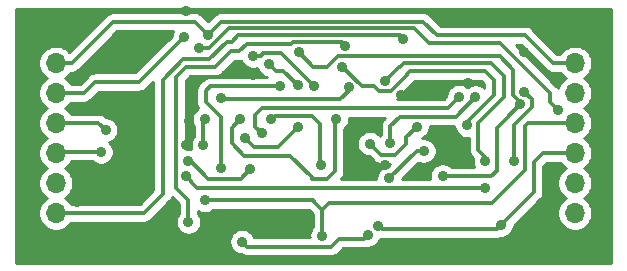
<source format=gbr>
%TF.GenerationSoftware,KiCad,Pcbnew,(5.1.10)-1*%
%TF.CreationDate,2023-08-07T22:14:49-05:00*%
%TF.ProjectId,auxFilter,61757846-696c-4746-9572-2e6b69636164,rev?*%
%TF.SameCoordinates,Original*%
%TF.FileFunction,Copper,L2,Bot*%
%TF.FilePolarity,Positive*%
%FSLAX46Y46*%
G04 Gerber Fmt 4.6, Leading zero omitted, Abs format (unit mm)*
G04 Created by KiCad (PCBNEW (5.1.10)-1) date 2023-08-07 22:14:49*
%MOMM*%
%LPD*%
G01*
G04 APERTURE LIST*
%TA.AperFunction,ComponentPad*%
%ADD10O,1.700000X1.700000*%
%TD*%
%TA.AperFunction,ComponentPad*%
%ADD11R,1.700000X1.700000*%
%TD*%
%TA.AperFunction,ViaPad*%
%ADD12C,0.900000*%
%TD*%
%TA.AperFunction,Conductor*%
%ADD13C,0.350000*%
%TD*%
%TA.AperFunction,Conductor*%
%ADD14C,0.254000*%
%TD*%
%TA.AperFunction,Conductor*%
%ADD15C,0.100000*%
%TD*%
G04 APERTURE END LIST*
D10*
%TO.P,J1,8*%
%TO.N,GND*%
X116586000Y-114490500D03*
%TO.P,J1,7*%
%TO.N,/VR*%
X116586000Y-111950500D03*
%TO.P,J1,6*%
%TO.N,+5V*%
X116586000Y-109410500D03*
%TO.P,J1,5*%
%TO.N,/SPACE_INPUT*%
X116586000Y-106870500D03*
%TO.P,J1,4*%
%TO.N,/MARK_INPUT*%
X116586000Y-104330500D03*
%TO.P,J1,3*%
%TO.N,/VHF*%
X116586000Y-101790500D03*
%TO.P,J1,2*%
%TO.N,/HF*%
X116586000Y-99250500D03*
D11*
%TO.P,J1,1*%
%TO.N,GND*%
X116586000Y-96710500D03*
%TD*%
%TO.P,J2,1*%
%TO.N,GND*%
X160528000Y-96710500D03*
D10*
%TO.P,J2,2*%
%TO.N,/HF*%
X160528000Y-99250500D03*
%TO.P,J2,3*%
%TO.N,/VHF*%
X160528000Y-101790500D03*
%TO.P,J2,4*%
%TO.N,/MARK_OUT*%
X160528000Y-104330500D03*
%TO.P,J2,5*%
%TO.N,/SPACE_OUT*%
X160528000Y-106870500D03*
%TO.P,J2,6*%
%TO.N,+5V*%
X160528000Y-109410500D03*
%TO.P,J2,7*%
%TO.N,/VR*%
X160528000Y-111950500D03*
%TO.P,J2,8*%
%TO.N,GND*%
X160528000Y-114490500D03*
%TD*%
D12*
%TO.N,+5V*%
X128696800Y-97967800D03*
X159131000Y-103251000D03*
%TO.N,GND*%
X147701000Y-101727000D03*
X143129000Y-104267000D03*
X133261100Y-100291900D03*
X129413000Y-113030000D03*
X121539000Y-107823000D03*
X125730000Y-96901000D03*
X157734000Y-111887000D03*
X147701000Y-108839000D03*
X144437100Y-107911900D03*
X151511000Y-100965000D03*
X145796000Y-101981000D03*
X156210000Y-98298000D03*
X149733000Y-95885000D03*
X127635000Y-94869000D03*
X157734000Y-94996000D03*
X118364000Y-110998000D03*
X118364000Y-108966000D03*
X123063000Y-105283000D03*
X158242000Y-108712000D03*
X127889000Y-104140000D03*
X127635000Y-106172000D03*
X118110000Y-103124000D03*
X118237000Y-100457000D03*
X124079000Y-110109000D03*
X123190000Y-113792000D03*
%TO.N,/VR*%
X133997700Y-105181400D03*
X150736300Y-102082600D03*
X146005550Y-97199450D03*
%TO.N,Net-(C4-Pad2)*%
X132207000Y-103974900D03*
X129184400Y-104000300D03*
X129070100Y-106222800D03*
X140322300Y-104000300D03*
%TO.N,Net-(C4-Pad1)*%
X132346700Y-114363500D03*
X142989300Y-113804700D03*
%TO.N,Net-(C5-Pad1)*%
X144894300Y-106032300D03*
X152107900Y-102146100D03*
X155333700Y-107530900D03*
X156260800Y-101663500D03*
%TO.N,Net-(C5-Pad2)*%
X147726400Y-106692700D03*
X144805400Y-109016800D03*
X151396700Y-104521000D03*
X140843000Y-99568000D03*
%TO.N,Net-(C6-Pad1)*%
X139014200Y-107911900D03*
X134835900Y-103974900D03*
%TO.N,Net-(C7-Pad1)*%
X155917900Y-102717600D03*
X149331500Y-108834100D03*
X137160000Y-98348800D03*
%TO.N,/SPACE_INPUT*%
X144449800Y-100799900D03*
X152946100Y-107518200D03*
X130568700Y-102171500D03*
X120396000Y-106768900D03*
X141376400Y-101295200D03*
%TO.N,/MARK_INPUT*%
X133057900Y-108254800D03*
X120789700Y-104927400D03*
X127762000Y-107569000D03*
%TO.N,/VHF*%
X137058400Y-101142800D03*
X127469900Y-97040700D03*
X134620000Y-99352100D03*
%TO.N,/HF*%
X138417300Y-101180900D03*
X133286500Y-98640900D03*
X129463800Y-96837500D03*
%TO.N,/MARK_OUT*%
X139141200Y-113855500D03*
X129235200Y-110871000D03*
%TO.N,/SPACE_OUT*%
X154266900Y-112953800D03*
X147142200Y-104622600D03*
X143154400Y-106070400D03*
X143891000Y-113004600D03*
%TO.N,Net-(R1-Pad1)*%
X130594100Y-108153200D03*
X135572500Y-101231700D03*
%TO.N,Net-(R5-Pad1)*%
X152946100Y-109855000D03*
X127635000Y-108839000D03*
%TO.N,Net-(R11-Pad2)*%
X137045700Y-104686100D03*
X132613400Y-105575100D03*
%TO.N,Net-(RV2-Pad3)*%
X127812800Y-112687100D03*
X141097000Y-97790000D03*
%TD*%
D13*
%TO.N,+5V*%
X154190700Y-97536000D02*
X158419800Y-101765100D01*
X148145500Y-97536000D02*
X154190700Y-97536000D01*
X129590800Y-97967800D02*
X131254500Y-96304100D01*
X128696800Y-97967800D02*
X129590800Y-97967800D01*
X139414250Y-96297750D02*
X139407900Y-96304100D01*
X146907250Y-96297750D02*
X139414250Y-96297750D01*
X131254500Y-96304100D02*
X139407900Y-96304100D01*
X146907250Y-96297750D02*
X148145500Y-97536000D01*
X158419800Y-102539800D02*
X158419800Y-101765100D01*
X159131000Y-103251000D02*
X158419800Y-102539800D01*
%TO.N,/VR*%
X149745700Y-103073200D02*
X150736300Y-102082600D01*
X134023100Y-103073200D02*
X149745700Y-103073200D01*
X133451600Y-103644700D02*
X134023100Y-103073200D01*
X133451600Y-104635300D02*
X133451600Y-103644700D01*
X133997700Y-105181400D02*
X133451600Y-104635300D01*
X124028200Y-111950500D02*
X116586000Y-111950500D01*
X125628400Y-100685600D02*
X125628400Y-110350300D01*
X127381000Y-98933000D02*
X125628400Y-100685600D01*
X131038600Y-97434400D02*
X129540000Y-98933000D01*
X125628400Y-110350300D02*
X124028200Y-111950500D01*
X129540000Y-98933000D02*
X127381000Y-98933000D01*
X131457700Y-97434400D02*
X131038600Y-97434400D01*
X131991100Y-96901000D02*
X131457700Y-97434400D01*
X145707100Y-96901000D02*
X131991100Y-96901000D01*
X146005550Y-97199450D02*
X145707100Y-96901000D01*
%TO.N,Net-(C4-Pad2)*%
X140208000Y-108381800D02*
X139560300Y-109029500D01*
X131457700Y-104724200D02*
X132207000Y-103974900D01*
X129070100Y-104114600D02*
X129070100Y-106222800D01*
X129184400Y-104000300D02*
X129070100Y-104114600D01*
X139560300Y-109029500D02*
X138252200Y-109029500D01*
X138252200Y-109029500D02*
X138252200Y-108927900D01*
X138252200Y-108927900D02*
X136410700Y-107086400D01*
X132486400Y-107086400D02*
X131457700Y-106057700D01*
X136410700Y-107086400D02*
X132486400Y-107086400D01*
X131457700Y-106057700D02*
X131457700Y-104724200D01*
X140208000Y-104114600D02*
X140322300Y-104000300D01*
X140208000Y-108381800D02*
X140208000Y-104114600D01*
%TO.N,Net-(C4-Pad1)*%
X140576300Y-114122200D02*
X139915900Y-114782600D01*
X132765800Y-114782600D02*
X132346700Y-114363500D01*
X139915900Y-114782600D02*
X132765800Y-114782600D01*
X142671800Y-114122200D02*
X140576300Y-114122200D01*
X142989300Y-113804700D02*
X142671800Y-114122200D01*
%TO.N,Net-(C5-Pad1)*%
X155333700Y-107530900D02*
X155333700Y-104495600D01*
X155333700Y-104495600D02*
X156883100Y-102946200D01*
X156883100Y-102946200D02*
X156883100Y-102285800D01*
X156883100Y-102285800D02*
X156260800Y-101663500D01*
X150469600Y-103784400D02*
X152107900Y-102146100D01*
X145694400Y-103784400D02*
X150469600Y-103784400D01*
X144894300Y-104584500D02*
X145694400Y-103784400D01*
X144894300Y-106032300D02*
X144894300Y-104584500D01*
%TO.N,Net-(C5-Pad2)*%
X147726400Y-106692700D02*
X147485100Y-106692700D01*
X147129500Y-106692700D02*
X144805400Y-109016800D01*
X147726400Y-106692700D02*
X147129500Y-106692700D01*
X142938500Y-101231700D02*
X143535400Y-101231700D01*
X143535400Y-101231700D02*
X143929100Y-101625400D01*
X151396700Y-104241600D02*
X151396700Y-104521000D01*
X143929100Y-101625400D02*
X144957800Y-101625400D01*
X144957800Y-101625400D02*
X146342100Y-100241100D01*
X146342100Y-100241100D02*
X146342100Y-100164900D01*
X146342100Y-100164900D02*
X146558000Y-99949000D01*
X146558000Y-99949000D02*
X152908000Y-99949000D01*
X153670000Y-100711000D02*
X153670000Y-101981000D01*
X152946100Y-102692200D02*
X151396700Y-104241600D01*
X152908000Y-99949000D02*
X153670000Y-100711000D01*
X152958800Y-102692200D02*
X152946100Y-102692200D01*
X153670000Y-101981000D02*
X152958800Y-102692200D01*
X142506700Y-101231700D02*
X140843000Y-99568000D01*
X142938500Y-101231700D02*
X142506700Y-101231700D01*
%TO.N,Net-(C6-Pad1)*%
X139014200Y-107911900D02*
X138950700Y-107848400D01*
X138950700Y-107848400D02*
X138950700Y-104406700D01*
X138950700Y-104406700D02*
X138252200Y-103708200D01*
X135102600Y-103708200D02*
X134835900Y-103974900D01*
X138252200Y-103708200D02*
X135102600Y-103708200D01*
%TO.N,Net-(C7-Pad1)*%
X155917900Y-102717600D02*
X154686000Y-103949500D01*
X153446300Y-108834100D02*
X149331500Y-108834100D01*
X154686000Y-103949500D02*
X154673300Y-103949500D01*
X153904950Y-104717850D02*
X153904950Y-108375450D01*
X154673300Y-103949500D02*
X153904950Y-104717850D01*
X153904950Y-108375450D02*
X153446300Y-108834100D01*
X137210800Y-98348800D02*
X137160000Y-98348800D01*
X138379200Y-99568000D02*
X137160000Y-98348800D01*
X139573000Y-99568000D02*
X138379200Y-99568000D01*
X140474700Y-98666300D02*
X139573000Y-99568000D01*
X154165300Y-98666300D02*
X140474700Y-98666300D01*
X155321000Y-101981000D02*
X155321000Y-99822000D01*
X155321000Y-99822000D02*
X154165300Y-98666300D01*
X155917900Y-102577900D02*
X155321000Y-101981000D01*
X155917900Y-102717600D02*
X155917900Y-102577900D01*
%TO.N,/SPACE_INPUT*%
X116687600Y-106768900D02*
X116586000Y-106870500D01*
X120396000Y-106768900D02*
X116687600Y-106768900D01*
X140652500Y-102323900D02*
X141376400Y-101600000D01*
X130721100Y-102323900D02*
X140652500Y-102323900D01*
X141376400Y-101600000D02*
X141376400Y-101295200D01*
X130568700Y-102171500D02*
X130721100Y-102323900D01*
X152361900Y-104305100D02*
X152361900Y-106641900D01*
X154559000Y-102108000D02*
X152361900Y-104305100D01*
X154559000Y-100330000D02*
X154559000Y-102108000D01*
X152361900Y-106641900D02*
X152946100Y-107226100D01*
X146020690Y-99216310D02*
X153445310Y-99216310D01*
X145681700Y-99555300D02*
X146020690Y-99216310D01*
X145669000Y-99555300D02*
X145681700Y-99555300D01*
X152946100Y-107226100D02*
X152946100Y-107518200D01*
X153445310Y-99216310D02*
X154559000Y-100330000D01*
X144449800Y-100774500D02*
X145669000Y-99555300D01*
X144449800Y-100799900D02*
X144449800Y-100774500D01*
%TO.N,/MARK_INPUT*%
X120192800Y-104330500D02*
X116586000Y-104330500D01*
X120789700Y-104927400D02*
X120192800Y-104330500D01*
X132257800Y-109054900D02*
X133057900Y-108254800D01*
X129501900Y-109054900D02*
X132257800Y-109054900D01*
X128016000Y-107569000D02*
X129501900Y-109054900D01*
X127762000Y-107569000D02*
X128016000Y-107569000D01*
%TO.N,/VHF*%
X118935500Y-101790500D02*
X116586000Y-101790500D01*
X119875300Y-100850700D02*
X118935500Y-101790500D01*
X134620000Y-99352100D02*
X135204200Y-99936300D01*
X135851900Y-99936300D02*
X137058400Y-101142800D01*
X135204200Y-99936300D02*
X135851900Y-99936300D01*
X123659900Y-100850700D02*
X127469900Y-97040700D01*
X119875300Y-100850700D02*
X123659900Y-100850700D01*
%TO.N,/HF*%
X138417300Y-101180900D02*
X135636000Y-98399600D01*
X117919500Y-99250500D02*
X116586000Y-99250500D01*
X121437400Y-95732600D02*
X117919500Y-99250500D01*
X128358900Y-95732600D02*
X121437400Y-95732600D01*
X129463800Y-96837500D02*
X128358900Y-95732600D01*
X133286500Y-98640900D02*
X133921500Y-98640900D01*
X134162800Y-98399600D02*
X135636000Y-98399600D01*
X133921500Y-98640900D02*
X134162800Y-98399600D01*
X160528000Y-99250500D02*
X158686500Y-99250500D01*
X158686500Y-99250500D02*
X156337000Y-96901000D01*
X156337000Y-96901000D02*
X148844000Y-96901000D01*
X148844000Y-96901000D02*
X147690740Y-95747740D01*
X130553560Y-95747740D02*
X129463800Y-96837500D01*
X147690740Y-95747740D02*
X130553560Y-95747740D01*
%TO.N,/MARK_OUT*%
X160528000Y-104330500D02*
X156527500Y-104330500D01*
X155790900Y-108839000D02*
X153543000Y-111086900D01*
X153543000Y-111086900D02*
X139738100Y-111086900D01*
X139141200Y-111683800D02*
X139141200Y-113855500D01*
X139738100Y-111086900D02*
X139141200Y-111683800D01*
X139141200Y-111683800D02*
X138544300Y-111086900D01*
X138328400Y-110871000D02*
X129235200Y-110871000D01*
X138544300Y-111086900D02*
X138328400Y-110871000D01*
X155790900Y-108839000D02*
X155790900Y-108826300D01*
X156317950Y-108299250D02*
X156317950Y-104540050D01*
X155790900Y-108826300D02*
X156317950Y-108299250D01*
X156527500Y-104330500D02*
X156317950Y-104540050D01*
%TO.N,/SPACE_OUT*%
X154266900Y-112953800D02*
X157035500Y-110185200D01*
X157035500Y-110185200D02*
X157035500Y-107632500D01*
X157797500Y-106870500D02*
X160528000Y-106870500D01*
X157035500Y-107632500D02*
X157797500Y-106870500D01*
X147142200Y-104622600D02*
X146240500Y-105524300D01*
X146240500Y-105524300D02*
X146240500Y-105918000D01*
X146240500Y-105918000D02*
X146240500Y-106083100D01*
X146240500Y-106083100D02*
X145326100Y-106997500D01*
X144081500Y-106997500D02*
X143154400Y-106070400D01*
X145326100Y-106997500D02*
X144081500Y-106997500D01*
X143891000Y-113004600D02*
X144208500Y-113322100D01*
X153898600Y-113322100D02*
X154266900Y-112953800D01*
X144208500Y-113322100D02*
X153898600Y-113322100D01*
%TO.N,Net-(R1-Pad1)*%
X131762500Y-101231700D02*
X135572500Y-101231700D01*
X129628900Y-101231700D02*
X131762500Y-101231700D01*
X129286000Y-101574600D02*
X129628900Y-101231700D01*
X129286000Y-102552500D02*
X129286000Y-101574600D01*
X130556000Y-103822500D02*
X129286000Y-102552500D01*
X130556000Y-108115100D02*
X130556000Y-103822500D01*
X130594100Y-108153200D02*
X130556000Y-108115100D01*
%TO.N,Net-(R5-Pad1)*%
X152946100Y-109855000D02*
X128562100Y-109855000D01*
X128562100Y-109855000D02*
X128003300Y-109296200D01*
X128003300Y-109207300D02*
X127635000Y-108839000D01*
X128003300Y-109296200D02*
X128003300Y-109207300D01*
%TO.N,Net-(R11-Pad2)*%
X137045700Y-104686100D02*
X135394700Y-106337100D01*
X133375400Y-106337100D02*
X132613400Y-105575100D01*
X135394700Y-106337100D02*
X133375400Y-106337100D01*
%TO.N,Net-(RV2-Pad3)*%
X127812800Y-110858300D02*
X127812800Y-112687100D01*
X126771400Y-100431600D02*
X126771400Y-109816900D01*
X127635000Y-99568000D02*
X126771400Y-100431600D01*
X131381500Y-98234500D02*
X130048000Y-99568000D01*
X132130800Y-98234500D02*
X131381500Y-98234500D01*
X132734050Y-97631250D02*
X132130800Y-98234500D01*
X136467850Y-97631250D02*
X132734050Y-97631250D01*
X136626600Y-97472500D02*
X136467850Y-97631250D01*
X126771400Y-109816900D02*
X127812800Y-110858300D01*
X130048000Y-99568000D02*
X127635000Y-99568000D01*
X140779500Y-97472500D02*
X136626600Y-97472500D01*
X141097000Y-97790000D02*
X140779500Y-97472500D01*
%TD*%
D14*
%TO.N,GND*%
X163551000Y-116180000D02*
X113245500Y-116180000D01*
X113245500Y-99104240D01*
X115101000Y-99104240D01*
X115101000Y-99396760D01*
X115158068Y-99683658D01*
X115270010Y-99953911D01*
X115432525Y-100197132D01*
X115639368Y-100403975D01*
X115813760Y-100520500D01*
X115639368Y-100637025D01*
X115432525Y-100843868D01*
X115270010Y-101087089D01*
X115158068Y-101357342D01*
X115101000Y-101644240D01*
X115101000Y-101936760D01*
X115158068Y-102223658D01*
X115270010Y-102493911D01*
X115432525Y-102737132D01*
X115639368Y-102943975D01*
X115813760Y-103060500D01*
X115639368Y-103177025D01*
X115432525Y-103383868D01*
X115270010Y-103627089D01*
X115158068Y-103897342D01*
X115101000Y-104184240D01*
X115101000Y-104476760D01*
X115158068Y-104763658D01*
X115270010Y-105033911D01*
X115432525Y-105277132D01*
X115639368Y-105483975D01*
X115813760Y-105600500D01*
X115639368Y-105717025D01*
X115432525Y-105923868D01*
X115270010Y-106167089D01*
X115158068Y-106437342D01*
X115101000Y-106724240D01*
X115101000Y-107016760D01*
X115158068Y-107303658D01*
X115270010Y-107573911D01*
X115432525Y-107817132D01*
X115639368Y-108023975D01*
X115813760Y-108140500D01*
X115639368Y-108257025D01*
X115432525Y-108463868D01*
X115270010Y-108707089D01*
X115158068Y-108977342D01*
X115101000Y-109264240D01*
X115101000Y-109556760D01*
X115158068Y-109843658D01*
X115270010Y-110113911D01*
X115432525Y-110357132D01*
X115639368Y-110563975D01*
X115813760Y-110680500D01*
X115639368Y-110797025D01*
X115432525Y-111003868D01*
X115270010Y-111247089D01*
X115158068Y-111517342D01*
X115101000Y-111804240D01*
X115101000Y-112096760D01*
X115158068Y-112383658D01*
X115270010Y-112653911D01*
X115432525Y-112897132D01*
X115639368Y-113103975D01*
X115882589Y-113266490D01*
X116152842Y-113378432D01*
X116439740Y-113435500D01*
X116732260Y-113435500D01*
X117019158Y-113378432D01*
X117289411Y-113266490D01*
X117532632Y-113103975D01*
X117739475Y-112897132D01*
X117830770Y-112760500D01*
X123988412Y-112760500D01*
X124028200Y-112764419D01*
X124067988Y-112760500D01*
X124067991Y-112760500D01*
X124186988Y-112748780D01*
X124339673Y-112702463D01*
X124480389Y-112627249D01*
X124603728Y-112526028D01*
X124629099Y-112495113D01*
X126173018Y-110951195D01*
X126203928Y-110925828D01*
X126305149Y-110802489D01*
X126319614Y-110775427D01*
X126380363Y-110661774D01*
X126401403Y-110592415D01*
X127002800Y-111193813D01*
X127002801Y-111962677D01*
X126970025Y-111995453D01*
X126851285Y-112173160D01*
X126769496Y-112370617D01*
X126727800Y-112580237D01*
X126727800Y-112793963D01*
X126769496Y-113003583D01*
X126851285Y-113201040D01*
X126970025Y-113378747D01*
X127121153Y-113529875D01*
X127298860Y-113648615D01*
X127496317Y-113730404D01*
X127705937Y-113772100D01*
X127919663Y-113772100D01*
X128129283Y-113730404D01*
X128326740Y-113648615D01*
X128504447Y-113529875D01*
X128655575Y-113378747D01*
X128774315Y-113201040D01*
X128856104Y-113003583D01*
X128897800Y-112793963D01*
X128897800Y-112580237D01*
X128856104Y-112370617D01*
X128774315Y-112173160D01*
X128655575Y-111995453D01*
X128622800Y-111962678D01*
X128622800Y-111766726D01*
X128721260Y-111832515D01*
X128918717Y-111914304D01*
X129128337Y-111956000D01*
X129342063Y-111956000D01*
X129551683Y-111914304D01*
X129749140Y-111832515D01*
X129926847Y-111713775D01*
X129959622Y-111681000D01*
X137992888Y-111681000D01*
X138331200Y-112019313D01*
X138331201Y-113131077D01*
X138298425Y-113163853D01*
X138179685Y-113341560D01*
X138097896Y-113539017D01*
X138056200Y-113748637D01*
X138056200Y-113962363D01*
X138058236Y-113972600D01*
X133359180Y-113972600D01*
X133308215Y-113849560D01*
X133189475Y-113671853D01*
X133038347Y-113520725D01*
X132860640Y-113401985D01*
X132663183Y-113320196D01*
X132453563Y-113278500D01*
X132239837Y-113278500D01*
X132030217Y-113320196D01*
X131832760Y-113401985D01*
X131655053Y-113520725D01*
X131503925Y-113671853D01*
X131385185Y-113849560D01*
X131303396Y-114047017D01*
X131261700Y-114256637D01*
X131261700Y-114470363D01*
X131303396Y-114679983D01*
X131385185Y-114877440D01*
X131503925Y-115055147D01*
X131655053Y-115206275D01*
X131832760Y-115325015D01*
X132030217Y-115406804D01*
X132239837Y-115448500D01*
X132300391Y-115448500D01*
X132313611Y-115459349D01*
X132454327Y-115534563D01*
X132607012Y-115580880D01*
X132726009Y-115592600D01*
X132726012Y-115592600D01*
X132765800Y-115596519D01*
X132805588Y-115592600D01*
X139876112Y-115592600D01*
X139915900Y-115596519D01*
X139955688Y-115592600D01*
X139955691Y-115592600D01*
X140074688Y-115580880D01*
X140227373Y-115534563D01*
X140368089Y-115459349D01*
X140491428Y-115358128D01*
X140516799Y-115327213D01*
X140911813Y-114932200D01*
X142632012Y-114932200D01*
X142671800Y-114936119D01*
X142711588Y-114932200D01*
X142711591Y-114932200D01*
X142830588Y-114920480D01*
X142932055Y-114889700D01*
X143096163Y-114889700D01*
X143305783Y-114848004D01*
X143503240Y-114766215D01*
X143680947Y-114647475D01*
X143832075Y-114496347D01*
X143950815Y-114318640D01*
X144032604Y-114121183D01*
X144033728Y-114115531D01*
X144049712Y-114120380D01*
X144168709Y-114132100D01*
X144168712Y-114132100D01*
X144208500Y-114136019D01*
X144248288Y-114132100D01*
X153858812Y-114132100D01*
X153898600Y-114136019D01*
X153938388Y-114132100D01*
X153938391Y-114132100D01*
X154057388Y-114120380D01*
X154210073Y-114074063D01*
X154276046Y-114038800D01*
X154373763Y-114038800D01*
X154583383Y-113997104D01*
X154780840Y-113915315D01*
X154958547Y-113796575D01*
X155109675Y-113645447D01*
X155228415Y-113467740D01*
X155310204Y-113270283D01*
X155351900Y-113060663D01*
X155351900Y-113014312D01*
X157580119Y-110786094D01*
X157611028Y-110760728D01*
X157712249Y-110637389D01*
X157748877Y-110568863D01*
X157787463Y-110496674D01*
X157813709Y-110410151D01*
X157833780Y-110343988D01*
X157845500Y-110224991D01*
X157845500Y-110224988D01*
X157849419Y-110185200D01*
X157845500Y-110145412D01*
X157845500Y-107968012D01*
X158133013Y-107680500D01*
X159283230Y-107680500D01*
X159374525Y-107817132D01*
X159581368Y-108023975D01*
X159755760Y-108140500D01*
X159581368Y-108257025D01*
X159374525Y-108463868D01*
X159212010Y-108707089D01*
X159100068Y-108977342D01*
X159043000Y-109264240D01*
X159043000Y-109556760D01*
X159100068Y-109843658D01*
X159212010Y-110113911D01*
X159374525Y-110357132D01*
X159581368Y-110563975D01*
X159755760Y-110680500D01*
X159581368Y-110797025D01*
X159374525Y-111003868D01*
X159212010Y-111247089D01*
X159100068Y-111517342D01*
X159043000Y-111804240D01*
X159043000Y-112096760D01*
X159100068Y-112383658D01*
X159212010Y-112653911D01*
X159374525Y-112897132D01*
X159581368Y-113103975D01*
X159824589Y-113266490D01*
X160094842Y-113378432D01*
X160381740Y-113435500D01*
X160674260Y-113435500D01*
X160961158Y-113378432D01*
X161231411Y-113266490D01*
X161474632Y-113103975D01*
X161681475Y-112897132D01*
X161843990Y-112653911D01*
X161955932Y-112383658D01*
X162013000Y-112096760D01*
X162013000Y-111804240D01*
X161955932Y-111517342D01*
X161843990Y-111247089D01*
X161681475Y-111003868D01*
X161474632Y-110797025D01*
X161300240Y-110680500D01*
X161474632Y-110563975D01*
X161681475Y-110357132D01*
X161843990Y-110113911D01*
X161955932Y-109843658D01*
X162013000Y-109556760D01*
X162013000Y-109264240D01*
X161955932Y-108977342D01*
X161843990Y-108707089D01*
X161681475Y-108463868D01*
X161474632Y-108257025D01*
X161300240Y-108140500D01*
X161474632Y-108023975D01*
X161681475Y-107817132D01*
X161843990Y-107573911D01*
X161955932Y-107303658D01*
X162013000Y-107016760D01*
X162013000Y-106724240D01*
X161955932Y-106437342D01*
X161843990Y-106167089D01*
X161681475Y-105923868D01*
X161474632Y-105717025D01*
X161300240Y-105600500D01*
X161474632Y-105483975D01*
X161681475Y-105277132D01*
X161843990Y-105033911D01*
X161955932Y-104763658D01*
X162013000Y-104476760D01*
X162013000Y-104184240D01*
X161955932Y-103897342D01*
X161843990Y-103627089D01*
X161681475Y-103383868D01*
X161474632Y-103177025D01*
X161300240Y-103060500D01*
X161474632Y-102943975D01*
X161681475Y-102737132D01*
X161843990Y-102493911D01*
X161955932Y-102223658D01*
X162013000Y-101936760D01*
X162013000Y-101644240D01*
X161955932Y-101357342D01*
X161843990Y-101087089D01*
X161681475Y-100843868D01*
X161474632Y-100637025D01*
X161300240Y-100520500D01*
X161474632Y-100403975D01*
X161681475Y-100197132D01*
X161843990Y-99953911D01*
X161955932Y-99683658D01*
X162013000Y-99396760D01*
X162013000Y-99104240D01*
X161955932Y-98817342D01*
X161843990Y-98547089D01*
X161681475Y-98303868D01*
X161474632Y-98097025D01*
X161231411Y-97934510D01*
X160961158Y-97822568D01*
X160674260Y-97765500D01*
X160381740Y-97765500D01*
X160094842Y-97822568D01*
X159824589Y-97934510D01*
X159581368Y-98097025D01*
X159374525Y-98303868D01*
X159283230Y-98440500D01*
X159022013Y-98440500D01*
X156937900Y-96356387D01*
X156912528Y-96325472D01*
X156789189Y-96224251D01*
X156648473Y-96149037D01*
X156495788Y-96102720D01*
X156376791Y-96091000D01*
X156376788Y-96091000D01*
X156337000Y-96087081D01*
X156297212Y-96091000D01*
X149179513Y-96091000D01*
X148291639Y-95203127D01*
X148266268Y-95172212D01*
X148142929Y-95070991D01*
X148002213Y-94995777D01*
X147849528Y-94949460D01*
X147730531Y-94937740D01*
X147730528Y-94937740D01*
X147690740Y-94933821D01*
X147650952Y-94937740D01*
X130593347Y-94937740D01*
X130553559Y-94933821D01*
X130513771Y-94937740D01*
X130513769Y-94937740D01*
X130394772Y-94949460D01*
X130242087Y-94995777D01*
X130195931Y-95020448D01*
X130101370Y-95070991D01*
X130062459Y-95102925D01*
X129978032Y-95172212D01*
X129952665Y-95203122D01*
X129463800Y-95691987D01*
X128959799Y-95187987D01*
X128934428Y-95157072D01*
X128811089Y-95055851D01*
X128670373Y-94980637D01*
X128517688Y-94934320D01*
X128398691Y-94922600D01*
X128398688Y-94922600D01*
X128358900Y-94918681D01*
X128319112Y-94922600D01*
X121477188Y-94922600D01*
X121437400Y-94918681D01*
X121397612Y-94922600D01*
X121397609Y-94922600D01*
X121278612Y-94934320D01*
X121125927Y-94980637D01*
X121060424Y-95015649D01*
X120985210Y-95055851D01*
X120927851Y-95102925D01*
X120861872Y-95157072D01*
X120836505Y-95187982D01*
X117730047Y-98294440D01*
X117532632Y-98097025D01*
X117289411Y-97934510D01*
X117019158Y-97822568D01*
X116732260Y-97765500D01*
X116439740Y-97765500D01*
X116152842Y-97822568D01*
X115882589Y-97934510D01*
X115639368Y-98097025D01*
X115432525Y-98303868D01*
X115270010Y-98547089D01*
X115158068Y-98817342D01*
X115101000Y-99104240D01*
X113245500Y-99104240D01*
X113245500Y-94703500D01*
X163551001Y-94703500D01*
X163551000Y-116180000D01*
%TA.AperFunction,Conductor*%
D15*
G36*
X163551000Y-116180000D02*
G01*
X113245500Y-116180000D01*
X113245500Y-99104240D01*
X115101000Y-99104240D01*
X115101000Y-99396760D01*
X115158068Y-99683658D01*
X115270010Y-99953911D01*
X115432525Y-100197132D01*
X115639368Y-100403975D01*
X115813760Y-100520500D01*
X115639368Y-100637025D01*
X115432525Y-100843868D01*
X115270010Y-101087089D01*
X115158068Y-101357342D01*
X115101000Y-101644240D01*
X115101000Y-101936760D01*
X115158068Y-102223658D01*
X115270010Y-102493911D01*
X115432525Y-102737132D01*
X115639368Y-102943975D01*
X115813760Y-103060500D01*
X115639368Y-103177025D01*
X115432525Y-103383868D01*
X115270010Y-103627089D01*
X115158068Y-103897342D01*
X115101000Y-104184240D01*
X115101000Y-104476760D01*
X115158068Y-104763658D01*
X115270010Y-105033911D01*
X115432525Y-105277132D01*
X115639368Y-105483975D01*
X115813760Y-105600500D01*
X115639368Y-105717025D01*
X115432525Y-105923868D01*
X115270010Y-106167089D01*
X115158068Y-106437342D01*
X115101000Y-106724240D01*
X115101000Y-107016760D01*
X115158068Y-107303658D01*
X115270010Y-107573911D01*
X115432525Y-107817132D01*
X115639368Y-108023975D01*
X115813760Y-108140500D01*
X115639368Y-108257025D01*
X115432525Y-108463868D01*
X115270010Y-108707089D01*
X115158068Y-108977342D01*
X115101000Y-109264240D01*
X115101000Y-109556760D01*
X115158068Y-109843658D01*
X115270010Y-110113911D01*
X115432525Y-110357132D01*
X115639368Y-110563975D01*
X115813760Y-110680500D01*
X115639368Y-110797025D01*
X115432525Y-111003868D01*
X115270010Y-111247089D01*
X115158068Y-111517342D01*
X115101000Y-111804240D01*
X115101000Y-112096760D01*
X115158068Y-112383658D01*
X115270010Y-112653911D01*
X115432525Y-112897132D01*
X115639368Y-113103975D01*
X115882589Y-113266490D01*
X116152842Y-113378432D01*
X116439740Y-113435500D01*
X116732260Y-113435500D01*
X117019158Y-113378432D01*
X117289411Y-113266490D01*
X117532632Y-113103975D01*
X117739475Y-112897132D01*
X117830770Y-112760500D01*
X123988412Y-112760500D01*
X124028200Y-112764419D01*
X124067988Y-112760500D01*
X124067991Y-112760500D01*
X124186988Y-112748780D01*
X124339673Y-112702463D01*
X124480389Y-112627249D01*
X124603728Y-112526028D01*
X124629099Y-112495113D01*
X126173018Y-110951195D01*
X126203928Y-110925828D01*
X126305149Y-110802489D01*
X126319614Y-110775427D01*
X126380363Y-110661774D01*
X126401403Y-110592415D01*
X127002800Y-111193813D01*
X127002801Y-111962677D01*
X126970025Y-111995453D01*
X126851285Y-112173160D01*
X126769496Y-112370617D01*
X126727800Y-112580237D01*
X126727800Y-112793963D01*
X126769496Y-113003583D01*
X126851285Y-113201040D01*
X126970025Y-113378747D01*
X127121153Y-113529875D01*
X127298860Y-113648615D01*
X127496317Y-113730404D01*
X127705937Y-113772100D01*
X127919663Y-113772100D01*
X128129283Y-113730404D01*
X128326740Y-113648615D01*
X128504447Y-113529875D01*
X128655575Y-113378747D01*
X128774315Y-113201040D01*
X128856104Y-113003583D01*
X128897800Y-112793963D01*
X128897800Y-112580237D01*
X128856104Y-112370617D01*
X128774315Y-112173160D01*
X128655575Y-111995453D01*
X128622800Y-111962678D01*
X128622800Y-111766726D01*
X128721260Y-111832515D01*
X128918717Y-111914304D01*
X129128337Y-111956000D01*
X129342063Y-111956000D01*
X129551683Y-111914304D01*
X129749140Y-111832515D01*
X129926847Y-111713775D01*
X129959622Y-111681000D01*
X137992888Y-111681000D01*
X138331200Y-112019313D01*
X138331201Y-113131077D01*
X138298425Y-113163853D01*
X138179685Y-113341560D01*
X138097896Y-113539017D01*
X138056200Y-113748637D01*
X138056200Y-113962363D01*
X138058236Y-113972600D01*
X133359180Y-113972600D01*
X133308215Y-113849560D01*
X133189475Y-113671853D01*
X133038347Y-113520725D01*
X132860640Y-113401985D01*
X132663183Y-113320196D01*
X132453563Y-113278500D01*
X132239837Y-113278500D01*
X132030217Y-113320196D01*
X131832760Y-113401985D01*
X131655053Y-113520725D01*
X131503925Y-113671853D01*
X131385185Y-113849560D01*
X131303396Y-114047017D01*
X131261700Y-114256637D01*
X131261700Y-114470363D01*
X131303396Y-114679983D01*
X131385185Y-114877440D01*
X131503925Y-115055147D01*
X131655053Y-115206275D01*
X131832760Y-115325015D01*
X132030217Y-115406804D01*
X132239837Y-115448500D01*
X132300391Y-115448500D01*
X132313611Y-115459349D01*
X132454327Y-115534563D01*
X132607012Y-115580880D01*
X132726009Y-115592600D01*
X132726012Y-115592600D01*
X132765800Y-115596519D01*
X132805588Y-115592600D01*
X139876112Y-115592600D01*
X139915900Y-115596519D01*
X139955688Y-115592600D01*
X139955691Y-115592600D01*
X140074688Y-115580880D01*
X140227373Y-115534563D01*
X140368089Y-115459349D01*
X140491428Y-115358128D01*
X140516799Y-115327213D01*
X140911813Y-114932200D01*
X142632012Y-114932200D01*
X142671800Y-114936119D01*
X142711588Y-114932200D01*
X142711591Y-114932200D01*
X142830588Y-114920480D01*
X142932055Y-114889700D01*
X143096163Y-114889700D01*
X143305783Y-114848004D01*
X143503240Y-114766215D01*
X143680947Y-114647475D01*
X143832075Y-114496347D01*
X143950815Y-114318640D01*
X144032604Y-114121183D01*
X144033728Y-114115531D01*
X144049712Y-114120380D01*
X144168709Y-114132100D01*
X144168712Y-114132100D01*
X144208500Y-114136019D01*
X144248288Y-114132100D01*
X153858812Y-114132100D01*
X153898600Y-114136019D01*
X153938388Y-114132100D01*
X153938391Y-114132100D01*
X154057388Y-114120380D01*
X154210073Y-114074063D01*
X154276046Y-114038800D01*
X154373763Y-114038800D01*
X154583383Y-113997104D01*
X154780840Y-113915315D01*
X154958547Y-113796575D01*
X155109675Y-113645447D01*
X155228415Y-113467740D01*
X155310204Y-113270283D01*
X155351900Y-113060663D01*
X155351900Y-113014312D01*
X157580119Y-110786094D01*
X157611028Y-110760728D01*
X157712249Y-110637389D01*
X157748877Y-110568863D01*
X157787463Y-110496674D01*
X157813709Y-110410151D01*
X157833780Y-110343988D01*
X157845500Y-110224991D01*
X157845500Y-110224988D01*
X157849419Y-110185200D01*
X157845500Y-110145412D01*
X157845500Y-107968012D01*
X158133013Y-107680500D01*
X159283230Y-107680500D01*
X159374525Y-107817132D01*
X159581368Y-108023975D01*
X159755760Y-108140500D01*
X159581368Y-108257025D01*
X159374525Y-108463868D01*
X159212010Y-108707089D01*
X159100068Y-108977342D01*
X159043000Y-109264240D01*
X159043000Y-109556760D01*
X159100068Y-109843658D01*
X159212010Y-110113911D01*
X159374525Y-110357132D01*
X159581368Y-110563975D01*
X159755760Y-110680500D01*
X159581368Y-110797025D01*
X159374525Y-111003868D01*
X159212010Y-111247089D01*
X159100068Y-111517342D01*
X159043000Y-111804240D01*
X159043000Y-112096760D01*
X159100068Y-112383658D01*
X159212010Y-112653911D01*
X159374525Y-112897132D01*
X159581368Y-113103975D01*
X159824589Y-113266490D01*
X160094842Y-113378432D01*
X160381740Y-113435500D01*
X160674260Y-113435500D01*
X160961158Y-113378432D01*
X161231411Y-113266490D01*
X161474632Y-113103975D01*
X161681475Y-112897132D01*
X161843990Y-112653911D01*
X161955932Y-112383658D01*
X162013000Y-112096760D01*
X162013000Y-111804240D01*
X161955932Y-111517342D01*
X161843990Y-111247089D01*
X161681475Y-111003868D01*
X161474632Y-110797025D01*
X161300240Y-110680500D01*
X161474632Y-110563975D01*
X161681475Y-110357132D01*
X161843990Y-110113911D01*
X161955932Y-109843658D01*
X162013000Y-109556760D01*
X162013000Y-109264240D01*
X161955932Y-108977342D01*
X161843990Y-108707089D01*
X161681475Y-108463868D01*
X161474632Y-108257025D01*
X161300240Y-108140500D01*
X161474632Y-108023975D01*
X161681475Y-107817132D01*
X161843990Y-107573911D01*
X161955932Y-107303658D01*
X162013000Y-107016760D01*
X162013000Y-106724240D01*
X161955932Y-106437342D01*
X161843990Y-106167089D01*
X161681475Y-105923868D01*
X161474632Y-105717025D01*
X161300240Y-105600500D01*
X161474632Y-105483975D01*
X161681475Y-105277132D01*
X161843990Y-105033911D01*
X161955932Y-104763658D01*
X162013000Y-104476760D01*
X162013000Y-104184240D01*
X161955932Y-103897342D01*
X161843990Y-103627089D01*
X161681475Y-103383868D01*
X161474632Y-103177025D01*
X161300240Y-103060500D01*
X161474632Y-102943975D01*
X161681475Y-102737132D01*
X161843990Y-102493911D01*
X161955932Y-102223658D01*
X162013000Y-101936760D01*
X162013000Y-101644240D01*
X161955932Y-101357342D01*
X161843990Y-101087089D01*
X161681475Y-100843868D01*
X161474632Y-100637025D01*
X161300240Y-100520500D01*
X161474632Y-100403975D01*
X161681475Y-100197132D01*
X161843990Y-99953911D01*
X161955932Y-99683658D01*
X162013000Y-99396760D01*
X162013000Y-99104240D01*
X161955932Y-98817342D01*
X161843990Y-98547089D01*
X161681475Y-98303868D01*
X161474632Y-98097025D01*
X161231411Y-97934510D01*
X160961158Y-97822568D01*
X160674260Y-97765500D01*
X160381740Y-97765500D01*
X160094842Y-97822568D01*
X159824589Y-97934510D01*
X159581368Y-98097025D01*
X159374525Y-98303868D01*
X159283230Y-98440500D01*
X159022013Y-98440500D01*
X156937900Y-96356387D01*
X156912528Y-96325472D01*
X156789189Y-96224251D01*
X156648473Y-96149037D01*
X156495788Y-96102720D01*
X156376791Y-96091000D01*
X156376788Y-96091000D01*
X156337000Y-96087081D01*
X156297212Y-96091000D01*
X149179513Y-96091000D01*
X148291639Y-95203127D01*
X148266268Y-95172212D01*
X148142929Y-95070991D01*
X148002213Y-94995777D01*
X147849528Y-94949460D01*
X147730531Y-94937740D01*
X147730528Y-94937740D01*
X147690740Y-94933821D01*
X147650952Y-94937740D01*
X130593347Y-94937740D01*
X130553559Y-94933821D01*
X130513771Y-94937740D01*
X130513769Y-94937740D01*
X130394772Y-94949460D01*
X130242087Y-94995777D01*
X130195931Y-95020448D01*
X130101370Y-95070991D01*
X130062459Y-95102925D01*
X129978032Y-95172212D01*
X129952665Y-95203122D01*
X129463800Y-95691987D01*
X128959799Y-95187987D01*
X128934428Y-95157072D01*
X128811089Y-95055851D01*
X128670373Y-94980637D01*
X128517688Y-94934320D01*
X128398691Y-94922600D01*
X128398688Y-94922600D01*
X128358900Y-94918681D01*
X128319112Y-94922600D01*
X121477188Y-94922600D01*
X121437400Y-94918681D01*
X121397612Y-94922600D01*
X121397609Y-94922600D01*
X121278612Y-94934320D01*
X121125927Y-94980637D01*
X121060424Y-95015649D01*
X120985210Y-95055851D01*
X120927851Y-95102925D01*
X120861872Y-95157072D01*
X120836505Y-95187982D01*
X117730047Y-98294440D01*
X117532632Y-98097025D01*
X117289411Y-97934510D01*
X117019158Y-97822568D01*
X116732260Y-97765500D01*
X116439740Y-97765500D01*
X116152842Y-97822568D01*
X115882589Y-97934510D01*
X115639368Y-98097025D01*
X115432525Y-98303868D01*
X115270010Y-98547089D01*
X115158068Y-98817342D01*
X115101000Y-99104240D01*
X113245500Y-99104240D01*
X113245500Y-94703500D01*
X163551001Y-94703500D01*
X163551000Y-116180000D01*
G37*
%TD.AperFunction*%
D14*
X124818401Y-110014786D02*
X123692688Y-111140500D01*
X117830770Y-111140500D01*
X117739475Y-111003868D01*
X117532632Y-110797025D01*
X117358240Y-110680500D01*
X117532632Y-110563975D01*
X117739475Y-110357132D01*
X117901990Y-110113911D01*
X118013932Y-109843658D01*
X118071000Y-109556760D01*
X118071000Y-109264240D01*
X118013932Y-108977342D01*
X117901990Y-108707089D01*
X117739475Y-108463868D01*
X117532632Y-108257025D01*
X117358240Y-108140500D01*
X117532632Y-108023975D01*
X117739475Y-107817132D01*
X117898656Y-107578900D01*
X119671578Y-107578900D01*
X119704353Y-107611675D01*
X119882060Y-107730415D01*
X120079517Y-107812204D01*
X120289137Y-107853900D01*
X120502863Y-107853900D01*
X120712483Y-107812204D01*
X120909940Y-107730415D01*
X121087647Y-107611675D01*
X121238775Y-107460547D01*
X121357515Y-107282840D01*
X121439304Y-107085383D01*
X121481000Y-106875763D01*
X121481000Y-106662037D01*
X121439304Y-106452417D01*
X121357515Y-106254960D01*
X121238775Y-106077253D01*
X121124598Y-105963076D01*
X121303640Y-105888915D01*
X121481347Y-105770175D01*
X121632475Y-105619047D01*
X121751215Y-105441340D01*
X121833004Y-105243883D01*
X121874700Y-105034263D01*
X121874700Y-104820537D01*
X121833004Y-104610917D01*
X121751215Y-104413460D01*
X121632475Y-104235753D01*
X121481347Y-104084625D01*
X121303640Y-103965885D01*
X121106183Y-103884096D01*
X120896563Y-103842400D01*
X120850212Y-103842400D01*
X120793699Y-103785887D01*
X120768328Y-103754972D01*
X120644989Y-103653751D01*
X120504273Y-103578537D01*
X120351588Y-103532220D01*
X120232591Y-103520500D01*
X120232588Y-103520500D01*
X120192800Y-103516581D01*
X120153012Y-103520500D01*
X117830770Y-103520500D01*
X117739475Y-103383868D01*
X117532632Y-103177025D01*
X117358240Y-103060500D01*
X117532632Y-102943975D01*
X117739475Y-102737132D01*
X117830770Y-102600500D01*
X118895712Y-102600500D01*
X118935500Y-102604419D01*
X118975288Y-102600500D01*
X118975291Y-102600500D01*
X119094288Y-102588780D01*
X119246973Y-102542463D01*
X119387689Y-102467249D01*
X119511028Y-102366028D01*
X119536399Y-102335113D01*
X120210813Y-101660700D01*
X123620112Y-101660700D01*
X123659900Y-101664619D01*
X123699688Y-101660700D01*
X123699691Y-101660700D01*
X123818688Y-101648980D01*
X123971373Y-101602663D01*
X124112089Y-101527449D01*
X124235428Y-101426228D01*
X124260800Y-101395312D01*
X124818400Y-100837712D01*
X124818401Y-110014786D01*
%TA.AperFunction,Conductor*%
D15*
G36*
X124818401Y-110014786D02*
G01*
X123692688Y-111140500D01*
X117830770Y-111140500D01*
X117739475Y-111003868D01*
X117532632Y-110797025D01*
X117358240Y-110680500D01*
X117532632Y-110563975D01*
X117739475Y-110357132D01*
X117901990Y-110113911D01*
X118013932Y-109843658D01*
X118071000Y-109556760D01*
X118071000Y-109264240D01*
X118013932Y-108977342D01*
X117901990Y-108707089D01*
X117739475Y-108463868D01*
X117532632Y-108257025D01*
X117358240Y-108140500D01*
X117532632Y-108023975D01*
X117739475Y-107817132D01*
X117898656Y-107578900D01*
X119671578Y-107578900D01*
X119704353Y-107611675D01*
X119882060Y-107730415D01*
X120079517Y-107812204D01*
X120289137Y-107853900D01*
X120502863Y-107853900D01*
X120712483Y-107812204D01*
X120909940Y-107730415D01*
X121087647Y-107611675D01*
X121238775Y-107460547D01*
X121357515Y-107282840D01*
X121439304Y-107085383D01*
X121481000Y-106875763D01*
X121481000Y-106662037D01*
X121439304Y-106452417D01*
X121357515Y-106254960D01*
X121238775Y-106077253D01*
X121124598Y-105963076D01*
X121303640Y-105888915D01*
X121481347Y-105770175D01*
X121632475Y-105619047D01*
X121751215Y-105441340D01*
X121833004Y-105243883D01*
X121874700Y-105034263D01*
X121874700Y-104820537D01*
X121833004Y-104610917D01*
X121751215Y-104413460D01*
X121632475Y-104235753D01*
X121481347Y-104084625D01*
X121303640Y-103965885D01*
X121106183Y-103884096D01*
X120896563Y-103842400D01*
X120850212Y-103842400D01*
X120793699Y-103785887D01*
X120768328Y-103754972D01*
X120644989Y-103653751D01*
X120504273Y-103578537D01*
X120351588Y-103532220D01*
X120232591Y-103520500D01*
X120232588Y-103520500D01*
X120192800Y-103516581D01*
X120153012Y-103520500D01*
X117830770Y-103520500D01*
X117739475Y-103383868D01*
X117532632Y-103177025D01*
X117358240Y-103060500D01*
X117532632Y-102943975D01*
X117739475Y-102737132D01*
X117830770Y-102600500D01*
X118895712Y-102600500D01*
X118935500Y-102604419D01*
X118975288Y-102600500D01*
X118975291Y-102600500D01*
X119094288Y-102588780D01*
X119246973Y-102542463D01*
X119387689Y-102467249D01*
X119511028Y-102366028D01*
X119536399Y-102335113D01*
X120210813Y-101660700D01*
X123620112Y-101660700D01*
X123659900Y-101664619D01*
X123699688Y-101660700D01*
X123699691Y-101660700D01*
X123818688Y-101648980D01*
X123971373Y-101602663D01*
X124112089Y-101527449D01*
X124235428Y-101426228D01*
X124260800Y-101395312D01*
X124818400Y-100837712D01*
X124818401Y-110014786D01*
G37*
%TD.AperFunction*%
D14*
X150311700Y-104627863D02*
X150353396Y-104837483D01*
X150435185Y-105034940D01*
X150553925Y-105212647D01*
X150705053Y-105363775D01*
X150882760Y-105482515D01*
X151080217Y-105564304D01*
X151289837Y-105606000D01*
X151503563Y-105606000D01*
X151551901Y-105596385D01*
X151551901Y-106602102D01*
X151547981Y-106641900D01*
X151560984Y-106773911D01*
X151563621Y-106800688D01*
X151609032Y-106950385D01*
X151609938Y-106953373D01*
X151685151Y-107094089D01*
X151731873Y-107151019D01*
X151786373Y-107217428D01*
X151817283Y-107242795D01*
X151881793Y-107307305D01*
X151861100Y-107411337D01*
X151861100Y-107625063D01*
X151902796Y-107834683D01*
X151981255Y-108024100D01*
X150055922Y-108024100D01*
X150023147Y-107991325D01*
X149845440Y-107872585D01*
X149647983Y-107790796D01*
X149438363Y-107749100D01*
X149224637Y-107749100D01*
X149015017Y-107790796D01*
X148817560Y-107872585D01*
X148639853Y-107991325D01*
X148488725Y-108142453D01*
X148369985Y-108320160D01*
X148288196Y-108517617D01*
X148246500Y-108727237D01*
X148246500Y-108940963D01*
X148267194Y-109045000D01*
X145922712Y-109045000D01*
X147283905Y-107683808D01*
X147409917Y-107736004D01*
X147619537Y-107777700D01*
X147833263Y-107777700D01*
X148042883Y-107736004D01*
X148240340Y-107654215D01*
X148418047Y-107535475D01*
X148569175Y-107384347D01*
X148687915Y-107206640D01*
X148769704Y-107009183D01*
X148811400Y-106799563D01*
X148811400Y-106585837D01*
X148769704Y-106376217D01*
X148687915Y-106178760D01*
X148569175Y-106001053D01*
X148418047Y-105849925D01*
X148240340Y-105731185D01*
X148042883Y-105649396D01*
X147833263Y-105607700D01*
X147619537Y-105607700D01*
X147580412Y-105615482D01*
X147656140Y-105584115D01*
X147833847Y-105465375D01*
X147984975Y-105314247D01*
X148103715Y-105136540D01*
X148185504Y-104939083D01*
X148227200Y-104729463D01*
X148227200Y-104594400D01*
X150311700Y-104594400D01*
X150311700Y-104627863D01*
%TA.AperFunction,Conductor*%
D15*
G36*
X150311700Y-104627863D02*
G01*
X150353396Y-104837483D01*
X150435185Y-105034940D01*
X150553925Y-105212647D01*
X150705053Y-105363775D01*
X150882760Y-105482515D01*
X151080217Y-105564304D01*
X151289837Y-105606000D01*
X151503563Y-105606000D01*
X151551901Y-105596385D01*
X151551901Y-106602102D01*
X151547981Y-106641900D01*
X151560984Y-106773911D01*
X151563621Y-106800688D01*
X151609032Y-106950385D01*
X151609938Y-106953373D01*
X151685151Y-107094089D01*
X151731873Y-107151019D01*
X151786373Y-107217428D01*
X151817283Y-107242795D01*
X151881793Y-107307305D01*
X151861100Y-107411337D01*
X151861100Y-107625063D01*
X151902796Y-107834683D01*
X151981255Y-108024100D01*
X150055922Y-108024100D01*
X150023147Y-107991325D01*
X149845440Y-107872585D01*
X149647983Y-107790796D01*
X149438363Y-107749100D01*
X149224637Y-107749100D01*
X149015017Y-107790796D01*
X148817560Y-107872585D01*
X148639853Y-107991325D01*
X148488725Y-108142453D01*
X148369985Y-108320160D01*
X148288196Y-108517617D01*
X148246500Y-108727237D01*
X148246500Y-108940963D01*
X148267194Y-109045000D01*
X145922712Y-109045000D01*
X147283905Y-107683808D01*
X147409917Y-107736004D01*
X147619537Y-107777700D01*
X147833263Y-107777700D01*
X148042883Y-107736004D01*
X148240340Y-107654215D01*
X148418047Y-107535475D01*
X148569175Y-107384347D01*
X148687915Y-107206640D01*
X148769704Y-107009183D01*
X148811400Y-106799563D01*
X148811400Y-106585837D01*
X148769704Y-106376217D01*
X148687915Y-106178760D01*
X148569175Y-106001053D01*
X148418047Y-105849925D01*
X148240340Y-105731185D01*
X148042883Y-105649396D01*
X147833263Y-105607700D01*
X147619537Y-105607700D01*
X147580412Y-105615482D01*
X147656140Y-105584115D01*
X147833847Y-105465375D01*
X147984975Y-105314247D01*
X148103715Y-105136540D01*
X148185504Y-104939083D01*
X148227200Y-104729463D01*
X148227200Y-104594400D01*
X150311700Y-104594400D01*
X150311700Y-104627863D01*
G37*
%TD.AperFunction*%
D14*
X144349683Y-103983605D02*
X144318773Y-104008972D01*
X144285694Y-104049279D01*
X144217551Y-104132311D01*
X144180404Y-104201810D01*
X144142338Y-104273027D01*
X144096021Y-104425712D01*
X144095885Y-104427089D01*
X144080381Y-104584500D01*
X144084301Y-104624298D01*
X144084301Y-105307877D01*
X144051525Y-105340653D01*
X144011621Y-105400373D01*
X143997175Y-105378753D01*
X143846047Y-105227625D01*
X143668340Y-105108885D01*
X143470883Y-105027096D01*
X143261263Y-104985400D01*
X143047537Y-104985400D01*
X142837917Y-105027096D01*
X142640460Y-105108885D01*
X142462753Y-105227625D01*
X142311625Y-105378753D01*
X142192885Y-105556460D01*
X142111096Y-105753917D01*
X142069400Y-105963537D01*
X142069400Y-106177263D01*
X142111096Y-106386883D01*
X142192885Y-106584340D01*
X142311625Y-106762047D01*
X142462753Y-106913175D01*
X142640460Y-107031915D01*
X142837917Y-107113704D01*
X143047537Y-107155400D01*
X143093887Y-107155400D01*
X143480605Y-107542118D01*
X143505972Y-107573028D01*
X143629311Y-107674249D01*
X143770027Y-107749463D01*
X143922712Y-107795780D01*
X144041709Y-107807500D01*
X144041711Y-107807500D01*
X144081499Y-107811419D01*
X144121287Y-107807500D01*
X144869188Y-107807500D01*
X144744888Y-107931800D01*
X144698537Y-107931800D01*
X144488917Y-107973496D01*
X144291460Y-108055285D01*
X144113753Y-108174025D01*
X143962625Y-108325153D01*
X143843885Y-108502860D01*
X143762096Y-108700317D01*
X143720400Y-108909937D01*
X143720400Y-109045000D01*
X140690313Y-109045000D01*
X140752619Y-108982694D01*
X140783528Y-108957328D01*
X140854611Y-108870713D01*
X140884749Y-108833990D01*
X140939190Y-108732137D01*
X140959963Y-108693273D01*
X141006280Y-108540588D01*
X141018000Y-108421591D01*
X141018000Y-108421589D01*
X141021919Y-108381801D01*
X141018000Y-108342013D01*
X141018000Y-104839022D01*
X141165075Y-104691947D01*
X141283815Y-104514240D01*
X141365604Y-104316783D01*
X141407300Y-104107163D01*
X141407300Y-103893437D01*
X141405264Y-103883200D01*
X144450088Y-103883200D01*
X144349683Y-103983605D01*
%TA.AperFunction,Conductor*%
D15*
G36*
X144349683Y-103983605D02*
G01*
X144318773Y-104008972D01*
X144285694Y-104049279D01*
X144217551Y-104132311D01*
X144180404Y-104201810D01*
X144142338Y-104273027D01*
X144096021Y-104425712D01*
X144095885Y-104427089D01*
X144080381Y-104584500D01*
X144084301Y-104624298D01*
X144084301Y-105307877D01*
X144051525Y-105340653D01*
X144011621Y-105400373D01*
X143997175Y-105378753D01*
X143846047Y-105227625D01*
X143668340Y-105108885D01*
X143470883Y-105027096D01*
X143261263Y-104985400D01*
X143047537Y-104985400D01*
X142837917Y-105027096D01*
X142640460Y-105108885D01*
X142462753Y-105227625D01*
X142311625Y-105378753D01*
X142192885Y-105556460D01*
X142111096Y-105753917D01*
X142069400Y-105963537D01*
X142069400Y-106177263D01*
X142111096Y-106386883D01*
X142192885Y-106584340D01*
X142311625Y-106762047D01*
X142462753Y-106913175D01*
X142640460Y-107031915D01*
X142837917Y-107113704D01*
X143047537Y-107155400D01*
X143093887Y-107155400D01*
X143480605Y-107542118D01*
X143505972Y-107573028D01*
X143629311Y-107674249D01*
X143770027Y-107749463D01*
X143922712Y-107795780D01*
X144041709Y-107807500D01*
X144041711Y-107807500D01*
X144081499Y-107811419D01*
X144121287Y-107807500D01*
X144869188Y-107807500D01*
X144744888Y-107931800D01*
X144698537Y-107931800D01*
X144488917Y-107973496D01*
X144291460Y-108055285D01*
X144113753Y-108174025D01*
X143962625Y-108325153D01*
X143843885Y-108502860D01*
X143762096Y-108700317D01*
X143720400Y-108909937D01*
X143720400Y-109045000D01*
X140690313Y-109045000D01*
X140752619Y-108982694D01*
X140783528Y-108957328D01*
X140854611Y-108870713D01*
X140884749Y-108833990D01*
X140939190Y-108732137D01*
X140959963Y-108693273D01*
X141006280Y-108540588D01*
X141018000Y-108421591D01*
X141018000Y-108421589D01*
X141021919Y-108381801D01*
X141018000Y-108342013D01*
X141018000Y-104839022D01*
X141165075Y-104691947D01*
X141283815Y-104514240D01*
X141365604Y-104316783D01*
X141407300Y-104107163D01*
X141407300Y-103893437D01*
X141405264Y-103883200D01*
X144450088Y-103883200D01*
X144349683Y-103983605D01*
G37*
%TD.AperFunction*%
D14*
X132324985Y-99154840D02*
X132443725Y-99332547D01*
X132594853Y-99483675D01*
X132772560Y-99602415D01*
X132970017Y-99684204D01*
X133179637Y-99725900D01*
X133393363Y-99725900D01*
X133584675Y-99687846D01*
X133658485Y-99866040D01*
X133777225Y-100043747D01*
X133928353Y-100194875D01*
X134106060Y-100313615D01*
X134303517Y-100395404D01*
X134435716Y-100421700D01*
X129668688Y-100421700D01*
X129628900Y-100417781D01*
X129589112Y-100421700D01*
X129589109Y-100421700D01*
X129470112Y-100433420D01*
X129317427Y-100479737D01*
X129176711Y-100554951D01*
X129053372Y-100656172D01*
X129028000Y-100687088D01*
X128741383Y-100973705D01*
X128710473Y-100999072D01*
X128668783Y-101049872D01*
X128609251Y-101122411D01*
X128550836Y-101231700D01*
X128534038Y-101263127D01*
X128490858Y-101405473D01*
X128487721Y-101415813D01*
X128472081Y-101574600D01*
X128476001Y-101614398D01*
X128476000Y-102512711D01*
X128472081Y-102552500D01*
X128476000Y-102592288D01*
X128476000Y-102592290D01*
X128487720Y-102711287D01*
X128534037Y-102863972D01*
X128552332Y-102898200D01*
X128609251Y-103004689D01*
X128632024Y-103032438D01*
X128649001Y-103053124D01*
X128492753Y-103157525D01*
X128341625Y-103308653D01*
X128222885Y-103486360D01*
X128141096Y-103683817D01*
X128099400Y-103893437D01*
X128099400Y-104107163D01*
X128141096Y-104316783D01*
X128222885Y-104514240D01*
X128260100Y-104569937D01*
X128260101Y-105498377D01*
X128227325Y-105531153D01*
X128108585Y-105708860D01*
X128026796Y-105906317D01*
X127985100Y-106115937D01*
X127985100Y-106329663D01*
X128021853Y-106514432D01*
X127868863Y-106484000D01*
X127655137Y-106484000D01*
X127581400Y-106498667D01*
X127581400Y-100767112D01*
X127970513Y-100378000D01*
X130008212Y-100378000D01*
X130048000Y-100381919D01*
X130087788Y-100378000D01*
X130087791Y-100378000D01*
X130206788Y-100366280D01*
X130359473Y-100319963D01*
X130500189Y-100244749D01*
X130623528Y-100143528D01*
X130648899Y-100112613D01*
X131717013Y-99044500D01*
X132091012Y-99044500D01*
X132130800Y-99048419D01*
X132170588Y-99044500D01*
X132170591Y-99044500D01*
X132275021Y-99034215D01*
X132324985Y-99154840D01*
%TA.AperFunction,Conductor*%
D15*
G36*
X132324985Y-99154840D02*
G01*
X132443725Y-99332547D01*
X132594853Y-99483675D01*
X132772560Y-99602415D01*
X132970017Y-99684204D01*
X133179637Y-99725900D01*
X133393363Y-99725900D01*
X133584675Y-99687846D01*
X133658485Y-99866040D01*
X133777225Y-100043747D01*
X133928353Y-100194875D01*
X134106060Y-100313615D01*
X134303517Y-100395404D01*
X134435716Y-100421700D01*
X129668688Y-100421700D01*
X129628900Y-100417781D01*
X129589112Y-100421700D01*
X129589109Y-100421700D01*
X129470112Y-100433420D01*
X129317427Y-100479737D01*
X129176711Y-100554951D01*
X129053372Y-100656172D01*
X129028000Y-100687088D01*
X128741383Y-100973705D01*
X128710473Y-100999072D01*
X128668783Y-101049872D01*
X128609251Y-101122411D01*
X128550836Y-101231700D01*
X128534038Y-101263127D01*
X128490858Y-101405473D01*
X128487721Y-101415813D01*
X128472081Y-101574600D01*
X128476001Y-101614398D01*
X128476000Y-102512711D01*
X128472081Y-102552500D01*
X128476000Y-102592288D01*
X128476000Y-102592290D01*
X128487720Y-102711287D01*
X128534037Y-102863972D01*
X128552332Y-102898200D01*
X128609251Y-103004689D01*
X128632024Y-103032438D01*
X128649001Y-103053124D01*
X128492753Y-103157525D01*
X128341625Y-103308653D01*
X128222885Y-103486360D01*
X128141096Y-103683817D01*
X128099400Y-103893437D01*
X128099400Y-104107163D01*
X128141096Y-104316783D01*
X128222885Y-104514240D01*
X128260100Y-104569937D01*
X128260101Y-105498377D01*
X128227325Y-105531153D01*
X128108585Y-105708860D01*
X128026796Y-105906317D01*
X127985100Y-106115937D01*
X127985100Y-106329663D01*
X128021853Y-106514432D01*
X127868863Y-106484000D01*
X127655137Y-106484000D01*
X127581400Y-106498667D01*
X127581400Y-100767112D01*
X127970513Y-100378000D01*
X130008212Y-100378000D01*
X130048000Y-100381919D01*
X130087788Y-100378000D01*
X130087791Y-100378000D01*
X130206788Y-100366280D01*
X130359473Y-100319963D01*
X130500189Y-100244749D01*
X130623528Y-100143528D01*
X130648899Y-100112613D01*
X131717013Y-99044500D01*
X132091012Y-99044500D01*
X132130800Y-99048419D01*
X132170588Y-99044500D01*
X132170591Y-99044500D01*
X132275021Y-99034215D01*
X132324985Y-99154840D01*
G37*
%TD.AperFunction*%
D14*
X152860000Y-101046513D02*
X152860001Y-101363779D01*
X152799547Y-101303325D01*
X152621840Y-101184585D01*
X152424383Y-101102796D01*
X152214763Y-101061100D01*
X152001037Y-101061100D01*
X151791417Y-101102796D01*
X151593960Y-101184585D01*
X151461329Y-101273207D01*
X151427947Y-101239825D01*
X151250240Y-101121085D01*
X151052783Y-101039296D01*
X150843163Y-100997600D01*
X150629437Y-100997600D01*
X150419817Y-101039296D01*
X150222360Y-101121085D01*
X150044653Y-101239825D01*
X149893525Y-101390953D01*
X149774785Y-101568660D01*
X149692996Y-101766117D01*
X149651300Y-101975737D01*
X149651300Y-102022088D01*
X149410188Y-102263200D01*
X145457449Y-102263200D01*
X145533328Y-102200928D01*
X145558699Y-102170013D01*
X146886719Y-100841994D01*
X146917628Y-100816628D01*
X146964922Y-100759000D01*
X152572488Y-100759000D01*
X152860000Y-101046513D01*
%TA.AperFunction,Conductor*%
D15*
G36*
X152860000Y-101046513D02*
G01*
X152860001Y-101363779D01*
X152799547Y-101303325D01*
X152621840Y-101184585D01*
X152424383Y-101102796D01*
X152214763Y-101061100D01*
X152001037Y-101061100D01*
X151791417Y-101102796D01*
X151593960Y-101184585D01*
X151461329Y-101273207D01*
X151427947Y-101239825D01*
X151250240Y-101121085D01*
X151052783Y-101039296D01*
X150843163Y-100997600D01*
X150629437Y-100997600D01*
X150419817Y-101039296D01*
X150222360Y-101121085D01*
X150044653Y-101239825D01*
X149893525Y-101390953D01*
X149774785Y-101568660D01*
X149692996Y-101766117D01*
X149651300Y-101975737D01*
X149651300Y-102022088D01*
X149410188Y-102263200D01*
X145457449Y-102263200D01*
X145533328Y-102200928D01*
X145558699Y-102170013D01*
X146886719Y-100841994D01*
X146917628Y-100816628D01*
X146964922Y-100759000D01*
X152572488Y-100759000D01*
X152860000Y-101046513D01*
G37*
%TD.AperFunction*%
D14*
X158085605Y-99795118D02*
X158110972Y-99826028D01*
X158234311Y-99927249D01*
X158375027Y-100002463D01*
X158527712Y-100048780D01*
X158646709Y-100060500D01*
X158646712Y-100060500D01*
X158686500Y-100064419D01*
X158726288Y-100060500D01*
X159283230Y-100060500D01*
X159374525Y-100197132D01*
X159581368Y-100403975D01*
X159755760Y-100520500D01*
X159581368Y-100637025D01*
X159374525Y-100843868D01*
X159212010Y-101087089D01*
X159108900Y-101336019D01*
X159096549Y-101312911D01*
X159088324Y-101302889D01*
X158995328Y-101189572D01*
X158964418Y-101164205D01*
X155511212Y-97711000D01*
X156001488Y-97711000D01*
X158085605Y-99795118D01*
%TA.AperFunction,Conductor*%
D15*
G36*
X158085605Y-99795118D02*
G01*
X158110972Y-99826028D01*
X158234311Y-99927249D01*
X158375027Y-100002463D01*
X158527712Y-100048780D01*
X158646709Y-100060500D01*
X158646712Y-100060500D01*
X158686500Y-100064419D01*
X158726288Y-100060500D01*
X159283230Y-100060500D01*
X159374525Y-100197132D01*
X159581368Y-100403975D01*
X159755760Y-100520500D01*
X159581368Y-100637025D01*
X159374525Y-100843868D01*
X159212010Y-101087089D01*
X159108900Y-101336019D01*
X159096549Y-101312911D01*
X159088324Y-101302889D01*
X158995328Y-101189572D01*
X158964418Y-101164205D01*
X155511212Y-97711000D01*
X156001488Y-97711000D01*
X158085605Y-99795118D01*
G37*
%TD.AperFunction*%
D14*
X126426596Y-96724217D02*
X126384900Y-96933837D01*
X126384900Y-96980187D01*
X123324388Y-100040700D01*
X119915088Y-100040700D01*
X119875300Y-100036781D01*
X119835512Y-100040700D01*
X119835509Y-100040700D01*
X119716512Y-100052420D01*
X119563827Y-100098737D01*
X119503791Y-100130827D01*
X119423110Y-100173951D01*
X119378941Y-100210200D01*
X119299772Y-100275172D01*
X119274407Y-100306080D01*
X118599988Y-100980500D01*
X117830770Y-100980500D01*
X117739475Y-100843868D01*
X117532632Y-100637025D01*
X117358240Y-100520500D01*
X117532632Y-100403975D01*
X117739475Y-100197132D01*
X117830770Y-100060500D01*
X117879712Y-100060500D01*
X117919500Y-100064419D01*
X117959288Y-100060500D01*
X117959291Y-100060500D01*
X118078288Y-100048780D01*
X118230973Y-100002463D01*
X118371689Y-99927249D01*
X118495028Y-99826028D01*
X118520400Y-99795112D01*
X121772913Y-96542600D01*
X126501824Y-96542600D01*
X126426596Y-96724217D01*
%TA.AperFunction,Conductor*%
D15*
G36*
X126426596Y-96724217D02*
G01*
X126384900Y-96933837D01*
X126384900Y-96980187D01*
X123324388Y-100040700D01*
X119915088Y-100040700D01*
X119875300Y-100036781D01*
X119835512Y-100040700D01*
X119835509Y-100040700D01*
X119716512Y-100052420D01*
X119563827Y-100098737D01*
X119503791Y-100130827D01*
X119423110Y-100173951D01*
X119378941Y-100210200D01*
X119299772Y-100275172D01*
X119274407Y-100306080D01*
X118599988Y-100980500D01*
X117830770Y-100980500D01*
X117739475Y-100843868D01*
X117532632Y-100637025D01*
X117358240Y-100520500D01*
X117532632Y-100403975D01*
X117739475Y-100197132D01*
X117830770Y-100060500D01*
X117879712Y-100060500D01*
X117919500Y-100064419D01*
X117959288Y-100060500D01*
X117959291Y-100060500D01*
X118078288Y-100048780D01*
X118230973Y-100002463D01*
X118371689Y-99927249D01*
X118495028Y-99826028D01*
X118520400Y-99795112D01*
X121772913Y-96542600D01*
X126501824Y-96542600D01*
X126426596Y-96724217D01*
G37*
%TD.AperFunction*%
%TD*%
M02*

</source>
